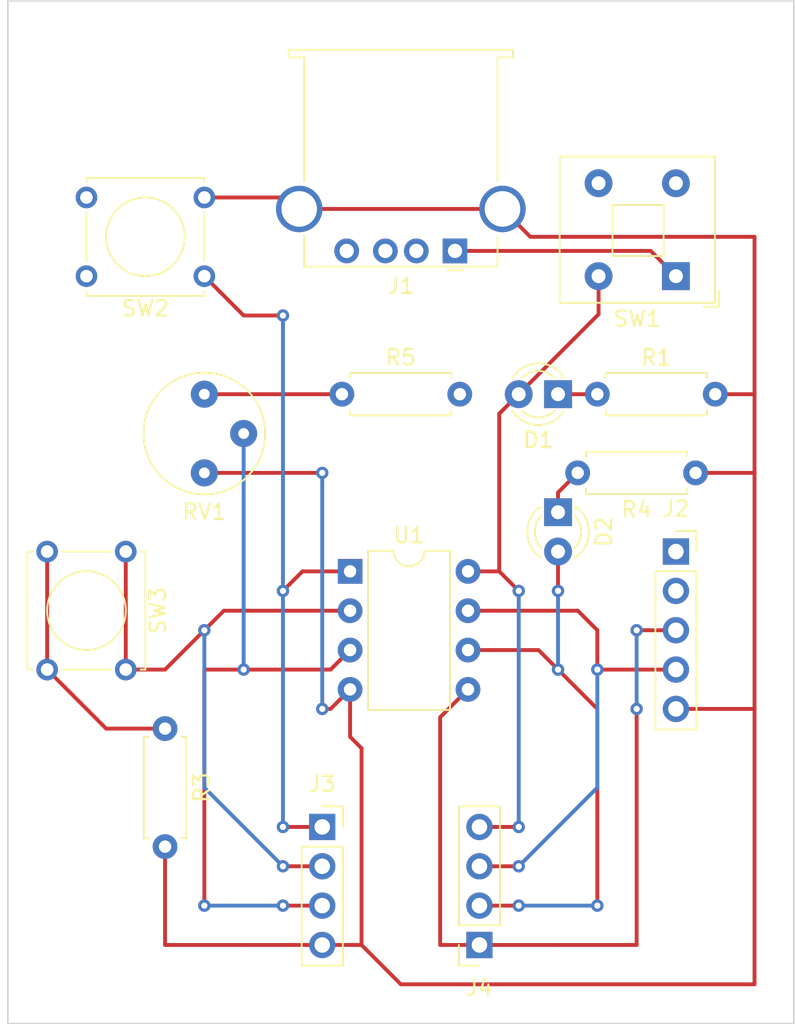
<source format=kicad_pcb>
(kicad_pcb (version 20211014) (generator pcbnew)
  (title_block (title "ATtiny 85 default debugging board") (date "2023-10-16") (comment 1 "copyright applies according to LICENSE_hardware.md in GitHub root folder"))
  (layers (0 "F.Cu" signal) (31 "B.Cu" signal) (34 "B.Paste" user) (35 "F.Paste" user) (36 "B.SilkS" user "B.Silkscreen") (37 "F.SilkS" user "F.Silkscreen") (38 "B.Mask" user) (39 "F.Mask" user) (44 "Edge.Cuts" user))
  (net 0 "")
  (net 1 "Net-(D1-Pad1)")
  (net 2 "+5V")
  (net 3 "Net-(D2-Pad1)")
  (net 4 "PB1")
  (net 5 "Net-(J1-Pad1)")
  (net 9 "Earth")
  (net 12 "PB0")
  (net 13 "PB2")
  (net 14 "PB5")
  (net 15 "Net-(R5-Pad1)")
  (net 16 "PB4")
  (net 17 "Net-(R3-Pad1)")
  (net 18 "PB3")
  (footprint "Connector_USB:USB_A_Stewart_SS-52100-001_Horizontal" (layer "F.Cu") (at 117.8 82.19 180)
    (fp_text reference "J1" (at 3.5 -2.26) (layer "F.SilkS"))
    (fp_text value "USB_B_Micro")
    (fp_line (start -2.75 -1.01) (end -2.75 0.99) (layer "F.SilkS") (width 0.12))
    (fp_line (start -3.75 12.99) (end 10.75 12.99) (layer "F.SilkS") (width 0.12))
    (fp_line (start 10.75 12.99) (end 10.75 12.49) (layer "F.SilkS") (width 0.12))
    (fp_line (start 9.75 0.99) (end 9.75 -1.01) (layer "F.SilkS") (width 0.12))
    (fp_line (start -2.75 12.49) (end -3.75 12.49) (layer "F.SilkS") (width 0.12))
    (fp_line (start 10.75 12.49) (end 9.75 12.49) (layer "F.SilkS") (width 0.12))
    (fp_line (start -3.75 12.49) (end -3.75 12.99) (layer "F.SilkS") (width 0.12))
    (fp_line (start -2.75 4.49) (end -2.75 12.49) (layer "F.SilkS") (width 0.12))
    (fp_line (start -0.5 -1.26) (end 0.5 -1.26) (layer "F.SilkS") (width 0.12))
    (fp_line (start 9.75 12.49) (end 9.75 4.49) (layer "F.SilkS") (width 0.12))
    (fp_line (start 9.75 -1.01) (end -2.75 -1.01) (layer "F.SilkS") (width 0.12))
    (pad "1" thru_hole rect (at 0 0 180) (size 1.6 1.6) (drill 0.92) (layers *.Cu *.Mask) (net 5 "Net-(J1-Pad1)"))
    (pad "2" thru_hole circle (at 2.5 0 180) (size 1.6 1.6) (drill 0.92) (layers *.Cu *.Mask))
    (pad "3" thru_hole circle (at 4.5 0 180) (size 1.6 1.6) (drill 0.92) (layers *.Cu *.Mask))
    (pad "4" thru_hole circle (at 7 0 180) (size 1.6 1.6) (drill 0.92) (layers *.Cu *.Mask))
    (pad "5" thru_hole circle (at 10.07 2.71 180) (size 3 3) (drill 2.3) (layers *.Cu *.Mask) (net 9 "Earth"))
    (pad "5" thru_hole circle (at -3.07 2.71 180) (size 3 3) (drill 2.3) (layers *.Cu *.Mask) (net 9 "Earth"))
  )
  (footprint "Button_Switch_THT:SW_Tactile_Straight_KSA0Axx1LFTR" (layer "F.Cu") (at 101.6 83.82 180)
    (fp_text reference "SW2" (at 3.81 -2.08) (layer "F.SilkS"))
    (fp_text value "SW_Push")
    (fp_line (start 7.62 6.35) (end 0 6.35) (layer "F.SilkS") (width 0.12))
    (fp_line (start 7.62 -1.27) (end 7.62 -0.97) (layer "F.SilkS") (width 0.12))
    (fp_line (start 0 -1.27) (end 0 -0.97) (layer "F.SilkS") (width 0.12))
    (fp_line (start 0 -1.27) (end 7.62 -1.27) (layer "F.SilkS") (width 0.12))
    (fp_line (start 0 0.97) (end 0 4.11) (layer "F.SilkS") (width 0.12))
    (fp_line (start 7.62 0.97) (end 7.62 4.11) (layer "F.SilkS") (width 0.12))
    (fp_line (start 0 6.05) (end 0 6.35) (layer "F.SilkS") (width 0.12))
    (fp_line (start 7.62 6.05) (end 7.62 6.35) (layer "F.SilkS") (width 0.12))
    (fp_circle (center 3.81 2.54) (end 3.81 0) (layer "F.SilkS") (width 0.12) (fill none))
    (pad "1" thru_hole circle (at 7.62 0 180) (size 1.397 1.397) (drill 0.8128) (layers *.Cu *.Mask) (net 14 "PB5"))
    (pad "1" thru_hole circle (at 0 0 180) (size 1.397 1.397) (drill 0.8128) (layers *.Cu *.Mask) (net 14 "PB5"))
    (pad "2" thru_hole circle (at 7.62 5.08 180) (size 1.397 1.397) (drill 0.8128) (layers *.Cu *.Mask) (net 9 "Earth"))
    (pad "2" thru_hole circle (at 0 5.08 180) (size 1.397 1.397) (drill 0.8128) (layers *.Cu *.Mask) (net 9 "Earth"))
  )
  (footprint "LED_THT:LED_D3.0mm" (layer "F.Cu") (at 124.46 91.44 180)
    (fp_text reference "D1" (at 1.27 -2.96) (layer "F.SilkS"))
    (fp_text value "LED")
    (fp_line (start -0.29 -1.236) (end -0.29 -1.08) (layer "F.SilkS") (width 0.12))
    (fp_line (start -0.29 1.08) (end -0.29 1.236) (layer "F.SilkS") (width 0.12))
    (fp_arc (start 2.942335 1.078608) (mid 1.366487 1.987659) (end -0.29 1.235516) (layer "F.SilkS") (width 0.12))
    (fp_arc (start 2.31113 1.079837) (mid 1.270117 1.5) (end 0.229039 1.08) (layer "F.SilkS") (width 0.12))
    (fp_arc (start 0.229039 -1.08) (mid 1.270117 -1.5) (end 2.31113 -1.079837) (layer "F.SilkS") (width 0.12))
    (fp_arc (start -0.29 -1.235516) (mid 1.366487 -1.987659) (end 2.942335 -1.078608) (layer "F.SilkS") (width 0.12))
    (pad "1" thru_hole rect (at 0 0 180) (size 1.8 1.8) (drill 0.9) (layers *.Cu *.Mask) (net 1 "Net-(D1-Pad1)"))
    (pad "2" thru_hole circle (at 2.54 0 180) (size 1.8 1.8) (drill 0.9) (layers *.Cu *.Mask) (net 2 "+5V"))
  )
  (footprint "Resistor_THT:R_Axial_DIN0207_L6.3mm_D2.5mm_P7.62mm_Horizontal" (layer "F.Cu") (at 133.35 96.52 180)
    (fp_text reference "R4" (at 3.81 -2.37) (layer "F.SilkS"))
    (fp_text value "680")
    (fp_line (start 0.54 -1.37) (end 7.08 -1.37) (layer "F.SilkS") (width 0.12))
    (fp_line (start 7.08 1.37) (end 7.08 1.04) (layer "F.SilkS") (width 0.12))
    (fp_line (start 0.54 1.04) (end 0.54 1.37) (layer "F.SilkS") (width 0.12))
    (fp_line (start 0.54 -1.04) (end 0.54 -1.37) (layer "F.SilkS") (width 0.12))
    (fp_line (start 0.54 1.37) (end 7.08 1.37) (layer "F.SilkS") (width 0.12))
    (fp_line (start 7.08 -1.37) (end 7.08 -1.04) (layer "F.SilkS") (width 0.12))
    (pad "1" thru_hole circle (at 0 0 180) (size 1.6 1.6) (drill 0.8) (layers *.Cu *.Mask) (net 9 "Earth"))
    (pad "2" thru_hole oval (at 7.62 0 180) (size 1.6 1.6) (drill 0.8) (layers *.Cu *.Mask) (net 3 "Net-(D2-Pad1)"))
  )
  (footprint "Resistor_THT:R_Axial_DIN0207_L6.3mm_D2.5mm_P7.62mm_Horizontal" (layer "F.Cu") (at 110.49 91.44)
    (fp_text reference "R5" (at 3.81 -2.37) (layer "F.SilkS"))
    (fp_text value "15 k")
    (fp_line (start 0.54 -1.37) (end 7.08 -1.37) (layer "F.SilkS") (width 0.12))
    (fp_line (start 0.54 -1.04) (end 0.54 -1.37) (layer "F.SilkS") (width 0.12))
    (fp_line (start 0.54 1.37) (end 7.08 1.37) (layer "F.SilkS") (width 0.12))
    (fp_line (start 7.08 1.37) (end 7.08 1.04) (layer "F.SilkS") (width 0.12))
    (fp_line (start 7.08 -1.37) (end 7.08 -1.04) (layer "F.SilkS") (width 0.12))
    (fp_line (start 0.54 1.04) (end 0.54 1.37) (layer "F.SilkS") (width 0.12))
    (pad "1" thru_hole circle (at 0 0) (size 1.6 1.6) (drill 0.8) (layers *.Cu *.Mask) (net 15 "Net-(R5-Pad1)"))
    (pad "2" thru_hole oval (at 7.62 0) (size 1.6 1.6) (drill 0.8) (layers *.Cu *.Mask) (net 2 "+5V"))
  )
  (footprint "LED_THT:LED_D3.0mm" (layer "F.Cu") (at 124.46 99.06 -90)
    (fp_text reference "D2" (at 1.27 -2.96 90) (layer "F.SilkS"))
    (fp_text value "LED")
    (fp_line (start -0.29 -1.236) (end -0.29 -1.08) (layer "F.SilkS") (width 0.12))
    (fp_line (start -0.29 1.08) (end -0.29 1.236) (layer "F.SilkS") (width 0.12))
    (fp_arc (start 2.31113 1.079837) (mid 1.270117 1.5) (end 0.229039 1.08) (layer "F.SilkS") (width 0.12))
    (fp_arc (start 2.942335 1.078608) (mid 1.366487 1.987659) (end -0.29 1.235516) (layer "F.SilkS") (width 0.12))
    (fp_arc (start -0.29 -1.235516) (mid 1.366487 -1.987659) (end 2.942335 -1.078608) (layer "F.SilkS") (width 0.12))
    (fp_arc (start 0.229039 -1.08) (mid 1.270117 -1.5) (end 2.31113 -1.079837) (layer "F.SilkS") (width 0.12))
    (pad "1" thru_hole rect (at 0 0 270) (size 1.8 1.8) (drill 0.9) (layers *.Cu *.Mask) (net 3 "Net-(D2-Pad1)"))
    (pad "2" thru_hole circle (at 2.54 0 270) (size 1.8 1.8) (drill 0.9) (layers *.Cu *.Mask) (net 4 "PB1"))
  )
  (footprint "Connector_PinSocket_2.54mm:PinSocket_1x04_P2.54mm_Vertical" (layer "F.Cu") (at 119.38 127 180)
    (fp_text reference "J4" (at 0 -2.77) (layer "F.SilkS"))
    (fp_text value "Conn_01x04_Female")
    (fp_line (start 1.33 -1.33) (end 1.33 0) (layer "F.SilkS") (width 0.12))
    (fp_line (start 0 -1.33) (end 1.33 -1.33) (layer "F.SilkS") (width 0.12))
    (fp_line (start -1.33 1.27) (end -1.33 8.95) (layer "F.SilkS") (width 0.12))
    (fp_line (start 1.33 1.27) (end 1.33 8.95) (layer "F.SilkS") (width 0.12))
    (fp_line (start -1.33 8.95) (end 1.33 8.95) (layer "F.SilkS") (width 0.12))
    (fp_line (start -1.33 1.27) (end 1.33 1.27) (layer "F.SilkS") (width 0.12))
    (pad "1" thru_hole rect (at 0 0 180) (size 1.7 1.7) (drill 1) (layers *.Cu *.Mask) (net 12 "PB0"))
    (pad "2" thru_hole oval (at 0 2.54 180) (size 1.7 1.7) (drill 1) (layers *.Cu *.Mask) (net 4 "PB1"))
    (pad "3" thru_hole oval (at 0 5.08 180) (size 1.7 1.7) (drill 1) (layers *.Cu *.Mask) (net 13 "PB2"))
    (pad "4" thru_hole oval (at 0 7.62 180) (size 1.7 1.7) (drill 1) (layers *.Cu *.Mask) (net 2 "+5V"))
  )
  (footprint "Connector_PinSocket_2.54mm:PinSocket_1x05_P2.54mm_Vertical" (layer "F.Cu") (at 132.08 101.6)
    (fp_text reference "J2" (at 0 -2.77) (layer "F.SilkS"))
    (fp_text value "Conn_01x05_Female")
    (fp_line (start 1.33 1.27) (end 1.33 11.49) (layer "F.SilkS") (width 0.12))
    (fp_line (start -1.33 11.49) (end 1.33 11.49) (layer "F.SilkS") (width 0.12))
    (fp_line (start 1.33 -1.33) (end 1.33 0) (layer "F.SilkS") (width 0.12))
    (fp_line (start -1.33 1.27) (end 1.33 1.27) (layer "F.SilkS") (width 0.12))
    (fp_line (start 0 -1.33) (end 1.33 -1.33) (layer "F.SilkS") (width 0.12))
    (fp_line (start -1.33 1.27) (end -1.33 11.49) (layer "F.SilkS") (width 0.12))
    (pad "1" thru_hole rect (at 0 0) (size 1.7 1.7) (drill 1) (layers *.Cu *.Mask))
    (pad "2" thru_hole oval (at 0 2.54) (size 1.7 1.7) (drill 1) (layers *.Cu *.Mask))
    (pad "3" thru_hole oval (at 0 5.08) (size 1.7 1.7) (drill 1) (layers *.Cu *.Mask) (net 12 "PB0"))
    (pad "4" thru_hole oval (at 0 7.62) (size 1.7 1.7) (drill 1) (layers *.Cu *.Mask) (net 13 "PB2"))
    (pad "5" thru_hole oval (at 0 10.16) (size 1.7 1.7) (drill 1) (layers *.Cu *.Mask) (net 9 "Earth"))
  )
  (footprint "Button_Switch_THT:SW_Push_2P1T_Toggle_CK_PVA1xxH4xxxxxxV2" (layer "F.Cu") (at 132.08 83.82 180)
    (fp_text reference "SW1" (at 2.5 -2.75) (layer "F.SilkS"))
    (fp_text value "SW_SPST")
    (fp_line (start 7.52 7.72) (end 7.52 -1.72) (layer "F.SilkS") (width 0.12))
    (fp_line (start -2.77 -0.97) (end -2.77 -1.97) (layer "F.SilkS") (width 0.12))
    (fp_line (start 4.1 1.3) (end 0.8 1.3) (layer "F.SilkS") (width 0.12))
    (fp_line (start 0.8 1.3) (end 0.8 4.6) (layer "F.SilkS") (width 0.12))
    (fp_line (start -1.77 -1.97) (end -2.77 -1.97) (layer "F.SilkS") (width 0.12))
    (fp_line (start -2.52 7.72) (end -2.52 -1.72) (layer "F.SilkS") (width 0.12))
    (fp_line (start 7.52 -1.72) (end -2.52 -1.72) (layer "F.SilkS") (width 0.12))
    (fp_line (start 4.1 4.6) (end 0.8 4.6) (layer "F.SilkS") (width 0.12))
    (fp_line (start 7.52 7.72) (end -2.52 7.72) (layer "F.SilkS") (width 0.12))
    (fp_line (start 4.1 1.3) (end 4.1 4.6) (layer "F.SilkS") (width 0.12))
    (pad "1" thru_hole rect (at 0 0 180) (size 1.8 1.8) (drill 0.9) (layers *.Cu *.Mask) (net 5 "Net-(J1-Pad1)"))
    (pad "2" thru_hole circle (at 5 0 180) (size 1.8 1.8) (drill 0.9) (layers *.Cu *.Mask) (net 2 "+5V"))
    (pad "3" thru_hole circle (at 0 6 180) (size 1.8 1.8) (drill 0.9) (layers *.Cu *.Mask))
    (pad "4" thru_hole circle (at 5 6 180) (size 1.8 1.8) (drill 0.9) (layers *.Cu *.Mask))
  )
  (footprint "Resistor_THT:R_Axial_DIN0207_L6.3mm_D2.5mm_P7.62mm_Horizontal" (layer "F.Cu") (at 127 91.44)
    (fp_text reference "R1" (at 3.81 -2.37) (layer "F.SilkS"))
    (fp_text value "680")
    (fp_line (start 0.54 1.04) (end 0.54 1.37) (layer "F.SilkS") (width 0.12))
    (fp_line (start 0.54 -1.04) (end 0.54 -1.37) (layer "F.SilkS") (width 0.12))
    (fp_line (start 0.54 -1.37) (end 7.08 -1.37) (layer "F.SilkS") (width 0.12))
    (fp_line (start 0.54 1.37) (end 7.08 1.37) (layer "F.SilkS") (width 0.12))
    (fp_line (start 7.08 -1.37) (end 7.08 -1.04) (layer "F.SilkS") (width 0.12))
    (fp_line (start 7.08 1.37) (end 7.08 1.04) (layer "F.SilkS") (width 0.12))
    (pad "1" thru_hole circle (at 0 0) (size 1.6 1.6) (drill 0.8) (layers *.Cu *.Mask) (net 1 "Net-(D1-Pad1)"))
    (pad "2" thru_hole oval (at 7.62 0) (size 1.6 1.6) (drill 0.8) (layers *.Cu *.Mask) (net 9 "Earth"))
  )
  (footprint "Package_DIP:DIP-8_W7.62mm" (layer "F.Cu") (at 111.02 102.88)
    (fp_text reference "U1" (at 3.81 -2.33) (layer "F.SilkS"))
    (fp_text value "ATtiny85V-10P")
    (fp_line (start 2.81 -1.33) (end 1.16 -1.33) (layer "F.SilkS") (width 0.12))
    (fp_line (start 6.46 -1.33) (end 4.81 -1.33) (layer "F.SilkS") (width 0.12))
    (fp_line (start 6.46 8.95) (end 6.46 -1.33) (layer "F.SilkS") (width 0.12))
    (fp_line (start 1.16 -1.33) (end 1.16 8.95) (layer "F.SilkS") (width 0.12))
    (fp_line (start 1.16 8.95) (end 6.46 8.95) (layer "F.SilkS") (width 0.12))
    (fp_arc (start 4.81 -1.33) (mid 3.81 -0.33) (end 2.81 -1.33) (layer "F.SilkS") (width 0.12))
    (pad "1" thru_hole rect (at 0 0) (size 1.6 1.6) (drill 0.8) (layers *.Cu *.Mask) (net 14 "PB5"))
    (pad "2" thru_hole oval (at 0 2.54) (size 1.6 1.6) (drill 0.8) (layers *.Cu *.Mask) (net 18 "PB3"))
    (pad "3" thru_hole oval (at 0 5.08) (size 1.6 1.6) (drill 0.8) (layers *.Cu *.Mask) (net 16 "PB4"))
    (pad "4" thru_hole oval (at 0 7.62) (size 1.6 1.6) (drill 0.8) (layers *.Cu *.Mask) (net 9 "Earth"))
    (pad "5" thru_hole oval (at 7.62 7.62) (size 1.6 1.6) (drill 0.8) (layers *.Cu *.Mask) (net 12 "PB0"))
    (pad "6" thru_hole oval (at 7.62 5.08) (size 1.6 1.6) (drill 0.8) (layers *.Cu *.Mask) (net 4 "PB1"))
    (pad "7" thru_hole oval (at 7.62 2.54) (size 1.6 1.6) (drill 0.8) (layers *.Cu *.Mask) (net 13 "PB2"))
    (pad "8" thru_hole oval (at 7.62 0) (size 1.6 1.6) (drill 0.8) (layers *.Cu *.Mask) (net 2 "+5V"))
  )
  (footprint "Potentiometer_THT:Potentiometer_Bourns_3339P_Vertical_HandSoldering" (layer "F.Cu") (at 101.6 91.44 180)
    (fp_text reference "RV1" (at 0 -7.6) (layer "F.SilkS"))
    (fp_text value "150 k")
    (fp_circle (center 0 -2.54) (end 3.93 -2.54) (layer "F.SilkS") (width 0.12) (fill none))
    (pad "1" thru_hole circle (at 0 0 180) (size 1.75 1.75) (drill 0.7) (layers *.Cu *.Mask) (net 15 "Net-(R5-Pad1)"))
    (pad "2" thru_hole circle (at -2.54 -2.54 180) (size 1.75 1.75) (drill 0.7) (layers *.Cu *.Mask) (net 16 "PB4"))
    (pad "3" thru_hole circle (at 0 -5.08 180) (size 1.75 1.75) (drill 0.7) (layers *.Cu *.Mask) (net 9 "Earth"))
  )
  (footprint "Connector_PinSocket_2.54mm:PinSocket_1x04_P2.54mm_Vertical" (layer "F.Cu") (at 109.22 119.38)
    (fp_text reference "J3" (at 0 -2.77) (layer "F.SilkS"))
    (fp_text value "Conn_01x04_Female")
    (fp_line (start -1.33 1.27) (end 1.33 1.27) (layer "F.SilkS") (width 0.12))
    (fp_line (start 1.33 -1.33) (end 1.33 0) (layer "F.SilkS") (width 0.12))
    (fp_line (start 0 -1.33) (end 1.33 -1.33) (layer "F.SilkS") (width 0.12))
    (fp_line (start 1.33 1.27) (end 1.33 8.95) (layer "F.SilkS") (width 0.12))
    (fp_line (start -1.33 1.27) (end -1.33 8.95) (layer "F.SilkS") (width 0.12))
    (fp_line (start -1.33 8.95) (end 1.33 8.95) (layer "F.SilkS") (width 0.12))
    (pad "1" thru_hole rect (at 0 0) (size 1.7 1.7) (drill 1) (layers *.Cu *.Mask) (net 14 "PB5"))
    (pad "2" thru_hole oval (at 0 2.54) (size 1.7 1.7) (drill 1) (layers *.Cu *.Mask) (net 18 "PB3"))
    (pad "3" thru_hole oval (at 0 5.08) (size 1.7 1.7) (drill 1) (layers *.Cu *.Mask) (net 16 "PB4"))
    (pad "4" thru_hole oval (at 0 7.62) (size 1.7 1.7) (drill 1) (layers *.Cu *.Mask) (net 9 "Earth"))
  )
  (footprint "Button_Switch_THT:SW_Tactile_Straight_KSA0Axx1LFTR" (layer "F.Cu") (at 96.52 101.6 -90)
    (fp_text reference "SW3" (at 3.81 -2.08 90) (layer "F.SilkS"))
    (fp_text value "SW_Push")
    (fp_line (start 0 6.05) (end 0 6.35) (layer "F.SilkS") (width 0.12))
    (fp_line (start 7.62 0.97) (end 7.62 4.11) (layer "F.SilkS") (width 0.12))
    (fp_line (start 7.62 -1.27) (end 7.62 -0.97) (layer "F.SilkS") (width 0.12))
    (fp_line (start 0 -1.27) (end 0 -0.97) (layer "F.SilkS") (width 0.12))
    (fp_line (start 7.62 6.35) (end 0 6.35) (layer "F.SilkS") (width 0.12))
    (fp_line (start 7.62 6.05) (end 7.62 6.35) (layer "F.SilkS") (width 0.12))
    (fp_line (start 0 -1.27) (end 7.62 -1.27) (layer "F.SilkS") (width 0.12))
    (fp_line (start 0 0.97) (end 0 4.11) (layer "F.SilkS") (width 0.12))
    (fp_circle (center 3.81 2.54) (end 3.81 0) (layer "F.SilkS") (width 0.12) (fill none))
    (pad "1" thru_hole circle (at 7.62 0 270) (size 1.397 1.397) (drill 0.8128) (layers *.Cu *.Mask) (net 18 "PB3"))
    (pad "1" thru_hole circle (at 0 0 270) (size 1.397 1.397) (drill 0.8128) (layers *.Cu *.Mask) (net 18 "PB3"))
    (pad "2" thru_hole circle (at 0 5.08 270) (size 1.397 1.397) (drill 0.8128) (layers *.Cu *.Mask) (net 17 "Net-(R3-Pad1)"))
    (pad "2" thru_hole circle (at 7.62 5.08 270) (size 1.397 1.397) (drill 0.8128) (layers *.Cu *.Mask) (net 17 "Net-(R3-Pad1)"))
  )
  (footprint "Resistor_THT:R_Axial_DIN0207_L6.3mm_D2.5mm_P7.62mm_Horizontal" (layer "F.Cu") (at 99.06 113.03 -90)
    (fp_text reference "R3" (at 3.81 -2.37 90) (layer "F.SilkS"))
    (fp_text value "10 k")
    (fp_line (start 0.54 -1.04) (end 0.54 -1.37) (layer "F.SilkS") (width 0.12))
    (fp_line (start 7.08 -1.37) (end 7.08 -1.04) (layer "F.SilkS") (width 0.12))
    (fp_line (start 0.54 1.37) (end 7.08 1.37) (layer "F.SilkS") (width 0.12))
    (fp_line (start 7.08 1.37) (end 7.08 1.04) (layer "F.SilkS") (width 0.12))
    (fp_line (start 0.54 -1.37) (end 7.08 -1.37) (layer "F.SilkS") (width 0.12))
    (fp_line (start 0.54 1.04) (end 0.54 1.37) (layer "F.SilkS") (width 0.12))
    (pad "1" thru_hole circle (at 0 0 270) (size 1.6 1.6) (drill 0.8) (layers *.Cu *.Mask) (net 17 "Net-(R3-Pad1)"))
    (pad "2" thru_hole oval (at 7.62 0 270) (size 1.6 1.6) (drill 0.8) (layers *.Cu *.Mask) (net 9 "Earth"))
  )
  (gr_rect (start 139.7 132.08) (end 88.9 66.04) (layer "Edge.Cuts") (width 0.1) (fill none))
  (segment (start 124.46 91.44) (end 127 91.44) (width 0.25) (layer "F.Cu") (net 1))
  (segment (start 120.66 92.7) (end 121.92 91.44) (width 0.25) (layer "F.Cu") (net 2))
  (segment (start 127.08 86.28) (end 121.92 91.44) (width 0.25) (layer "F.Cu") (net 2))
  (segment (start 120.66 102.88) (end 121.92 104.14) (width 0.25) (layer "F.Cu") (net 2))
  (segment (start 119.38 119.38) (end 121.92 119.38) (width 0.25) (layer "F.Cu") (net 2))
  (segment (start 118.64 102.88) (end 120.66 102.88) (width 0.25) (layer "F.Cu") (net 2))
  (segment (start 127.08 83.82) (end 127.08 86.28) (width 0.25) (layer "F.Cu") (net 2))
  (segment (start 120.66 102.88) (end 120.66 92.7) (width 0.25) (layer "F.Cu") (net 2))
  (via (at 121.92 119.38) (size 0.8) (drill 0.4) (layers "F.Cu" "B.Cu") (net 2))
  (via (at 121.92 104.14) (size 0.8) (drill 0.4) (layers "F.Cu" "B.Cu") (net 2))
  (segment (start 121.92 104.14) (end 121.92 119.38) (width 0.25) (layer "B.Cu") (net 2))
  (segment (start 124.46 97.79) (end 125.73 96.52) (width 0.25) (layer "F.Cu") (net 3))
  (segment (start 124.46 99.06) (end 124.46 97.79) (width 0.25) (layer "F.Cu") (net 3))
  (segment (start 124.46 109.22) (end 127 111.76) (width 0.25) (layer "F.Cu") (net 4))
  (segment (start 123.2 107.96) (end 124.46 109.22) (width 0.25) (layer "F.Cu") (net 4))
  (segment (start 119.38 124.46) (end 121.92 124.46) (width 0.25) (layer "F.Cu") (net 4))
  (segment (start 118.64 107.96) (end 123.2 107.96) (width 0.25) (layer "F.Cu") (net 4))
  (segment (start 127 111.76) (end 127 124.46) (width 0.25) (layer "F.Cu") (net 4))
  (segment (start 124.46 101.6) (end 124.46 104.14) (width 0.25) (layer "F.Cu") (net 4))
  (via (at 127 124.46) (size 0.8) (drill 0.4) (layers "F.Cu" "B.Cu") (net 4))
  (via (at 124.46 104.14) (size 0.8) (drill 0.4) (layers "F.Cu" "B.Cu") (net 4))
  (via (at 121.92 124.46) (size 0.8) (drill 0.4) (layers "F.Cu" "B.Cu") (net 4))
  (via (at 124.46 109.22) (size 0.8) (drill 0.4) (layers "F.Cu" "B.Cu") (net 4))
  (segment (start 127 124.46) (end 121.92 124.46) (width 0.25) (layer "B.Cu") (net 4))
  (segment (start 124.46 109.22) (end 124.46 104.14) (width 0.25) (layer "B.Cu") (net 4))
  (segment (start 117.8 82.19) (end 130.45 82.19) (width 0.25) (layer "F.Cu") (net 5))
  (segment (start 130.45 82.19) (end 132.08 83.82) (width 0.25) (layer "F.Cu") (net 5))
  (segment (start 101.6 96.52) (end 109.22 96.52) (width 0.25) (layer "F.Cu") (net 9))
  (segment (start 122.67 81.28) (end 137.16 81.28) (width 0.25) (layer "F.Cu") (net 9))
  (segment (start 106.99 78.74) (end 107.73 79.48) (width 0.25) (layer "F.Cu") (net 9))
  (segment (start 132.08 111.76) (end 137.16 111.76) (width 0.25) (layer "F.Cu") (net 9))
  (segment (start 107.73 79.48) (end 120.87 79.48) (width 0.25) (layer "F.Cu") (net 9))
  (segment (start 111.76 127) (end 109.22 127) (width 0.25) (layer "F.Cu") (net 9))
  (segment (start 111.76 114.3) (end 111.76 127) (width 0.25) (layer "F.Cu") (net 9))
  (segment (start 137.16 91.44) (end 134.62 91.44) (width 0.25) (layer "F.Cu") (net 9))
  (segment (start 99.06 127) (end 104.14 127) (width 0.25) (layer "F.Cu") (net 9))
  (segment (start 109.76 111.76) (end 111.02 110.5) (width 0.25) (layer "F.Cu") (net 9))
  (segment (start 99.06 120.65) (end 99.06 127) (width 0.25) (layer "F.Cu") (net 9))
  (segment (start 104.14 127) (end 109.22 127) (width 0.25) (layer "F.Cu") (net 9))
  (segment (start 111.02 113.56) (end 111.76 114.3) (width 0.25) (layer "F.Cu") (net 9))
  (segment (start 137.16 111.76) (end 137.16 96.52) (width 0.25) (layer "F.Cu") (net 9))
  (segment (start 133.35 96.52) (end 137.16 96.52) (width 0.25) (layer "F.Cu") (net 9))
  (segment (start 137.16 81.28) (end 137.16 91.44) (width 0.25) (layer "F.Cu") (net 9))
  (segment (start 137.16 129.54) (end 137.16 111.76) (width 0.25) (layer "F.Cu") (net 9))
  (segment (start 101.6 78.74) (end 106.99 78.74) (width 0.25) (layer "F.Cu") (net 9))
  (segment (start 114.3 129.54) (end 137.16 129.54) (width 0.25) (layer "F.Cu") (net 9))
  (segment (start 120.87 79.48) (end 122.67 81.28) (width 0.25) (layer "F.Cu") (net 9))
  (segment (start 137.16 96.52) (end 137.16 91.44) (width 0.25) (layer "F.Cu") (net 9))
  (segment (start 111.76 127) (end 114.3 129.54) (width 0.25) (layer "F.Cu") (net 9))
  (segment (start 111.02 110.5) (end 111.02 113.56) (width 0.25) (layer "F.Cu") (net 9))
  (segment (start 109.22 111.76) (end 109.76 111.76) (width 0.25) (layer "F.Cu") (net 9))
  (via (at 109.22 111.76) (size 0.8) (drill 0.4) (layers "F.Cu" "B.Cu") (net 9))
  (via (at 109.22 96.52) (size 0.8) (drill 0.4) (layers "F.Cu" "B.Cu") (net 9))
  (segment (start 109.22 111.76) (end 109.22 96.52) (width 0.25) (layer "B.Cu") (net 9))
  (segment (start 129.54 106.68) (end 132.08 106.68) (width 0.25) (layer "F.Cu") (net 12))
  (segment (start 116.84 127) (end 119.38 127) (width 0.25) (layer "F.Cu") (net 12))
  (segment (start 116.84 112.3) (end 116.84 127) (width 0.25) (layer "F.Cu") (net 12))
  (segment (start 118.64 110.5) (end 116.84 112.3) (width 0.25) (layer "F.Cu") (net 12))
  (segment (start 124.46 127) (end 129.54 127) (width 0.25) (layer "F.Cu") (net 12))
  (segment (start 124.46 127) (end 119.38 127) (width 0.25) (layer "F.Cu") (net 12))
  (segment (start 129.54 127) (end 129.54 111.76) (width 0.25) (layer "F.Cu") (net 12))
  (via (at 129.54 111.76) (size 0.8) (drill 0.4) (layers "F.Cu" "B.Cu") (net 12))
  (via (at 129.54 106.68) (size 0.8) (drill 0.4) (layers "F.Cu" "B.Cu") (net 12))
  (segment (start 129.54 111.76) (end 129.54 106.68) (width 0.25) (layer "B.Cu") (net 12))
  (segment (start 118.64 105.42) (end 125.74 105.42) (width 0.25) (layer "F.Cu") (net 13))
  (segment (start 119.38 121.92) (end 121.92 121.92) (width 0.25) (layer "F.Cu") (net 13))
  (segment (start 127 109.22) (end 132.08 109.22) (width 0.25) (layer "F.Cu") (net 13))
  (segment (start 125.74 105.42) (end 127 106.68) (width 0.25) (layer "F.Cu") (net 13))
  (segment (start 127 106.68) (end 127 109.22) (width 0.25) (layer "F.Cu") (net 13))
  (via (at 127 109.22) (size 0.8) (drill 0.4) (layers "F.Cu" "B.Cu") (net 13))
  (via (at 121.92 121.92) (size 0.8) (drill 0.4) (layers "F.Cu" "B.Cu") (net 13))
  (segment (start 127 116.84) (end 121.92 121.92) (width 0.25) (layer "B.Cu") (net 13))
  (segment (start 127 109.22) (end 127 116.84) (width 0.25) (layer "B.Cu") (net 13))
  (segment (start 109.22 119.38) (end 106.68 119.38) (width 0.25) (layer "F.Cu") (net 14))
  (segment (start 111.02 102.88) (end 107.94 102.88) (width 0.25) (layer "F.Cu") (net 14))
  (segment (start 104.14 86.36) (end 106.68 86.36) (width 0.25) (layer "F.Cu") (net 14))
  (segment (start 101.6 83.82) (end 104.14 86.36) (width 0.25) (layer "F.Cu") (net 14))
  (segment (start 107.94 102.88) (end 106.68 104.14) (width 0.25) (layer "F.Cu") (net 14))
  (via (at 106.68 119.38) (size 0.8) (drill 0.4) (layers "F.Cu" "B.Cu") (net 14))
  (via (at 106.68 86.36) (size 0.8) (drill 0.4) (layers "F.Cu" "B.Cu") (net 14))
  (via (at 106.68 104.14) (size 0.8) (drill 0.4) (layers "F.Cu" "B.Cu") (net 14))
  (segment (start 106.68 86.36) (end 106.68 104.14) (width 0.25) (layer "B.Cu") (net 14))
  (segment (start 106.68 104.14) (end 106.68 119.38) (width 0.25) (layer "B.Cu") (net 14))
  (segment (start 101.6 91.44) (end 110.49 91.44) (width 0.25) (layer "F.Cu") (net 15))
  (segment (start 101.6 109.22) (end 101.6 124.46) (width 0.25) (layer "F.Cu") (net 16))
  (segment (start 104.14 109.22) (end 101.6 109.22) (width 0.25) (layer "F.Cu") (net 16))
  (segment (start 109.22 124.46) (end 106.68 124.46) (width 0.25) (layer "F.Cu") (net 16))
  (segment (start 111.02 107.96) (end 109.76 109.22) (width 0.25) (layer "F.Cu") (net 16))
  (segment (start 109.76 109.22) (end 104.14 109.22) (width 0.25) (layer "F.Cu") (net 16))
  (via (at 101.6 124.46) (size 0.8) (drill 0.4) (layers "F.Cu" "B.Cu") (net 16))
  (via (at 106.68 124.46) (size 0.8) (drill 0.4) (layers "F.Cu" "B.Cu") (net 16))
  (via (at 104.14 109.22) (size 0.8) (drill 0.4) (layers "F.Cu" "B.Cu") (net 16))
  (segment (start 104.14 109.22) (end 104.14 93.98) (width 0.25) (layer "B.Cu") (net 16))
  (segment (start 106.68 124.46) (end 101.6 124.46) (width 0.25) (layer "B.Cu") (net 16))
  (segment (start 91.44 109.22) (end 95.25 113.03) (width 0.25) (layer "F.Cu") (net 17))
  (segment (start 91.44 101.6) (end 91.44 109.22) (width 0.25) (layer "F.Cu") (net 17))
  (segment (start 95.25 113.03) (end 99.06 113.03) (width 0.25) (layer "F.Cu") (net 17))
  (segment (start 109.22 121.92) (end 106.68 121.92) (width 0.25) (layer "F.Cu") (net 18))
  (segment (start 96.52 101.6) (end 96.52 109.22) (width 0.25) (layer "F.Cu") (net 18))
  (segment (start 101.6 106.68) (end 102.86 105.42) (width 0.25) (layer "F.Cu") (net 18))
  (segment (start 96.52 109.22) (end 99.06 109.22) (width 0.25) (layer "F.Cu") (net 18))
  (segment (start 99.06 109.22) (end 101.6 106.68) (width 0.25) (layer "F.Cu") (net 18))
  (segment (start 102.86 105.42) (end 111.02 105.42) (width 0.25) (layer "F.Cu") (net 18))
  (via (at 101.6 106.68) (size 0.8) (drill 0.4) (layers "F.Cu" "B.Cu") (net 18))
  (via (at 106.68 121.92) (size 0.8) (drill 0.4) (layers "F.Cu" "B.Cu") (net 18))
  (segment (start 106.68 121.92) (end 101.6 116.84) (width 0.25) (layer "B.Cu") (net 18))
  (segment (start 101.6 116.84) (end 101.6 106.68) (width 0.25) (layer "B.Cu") (net 18))
)
</source>
